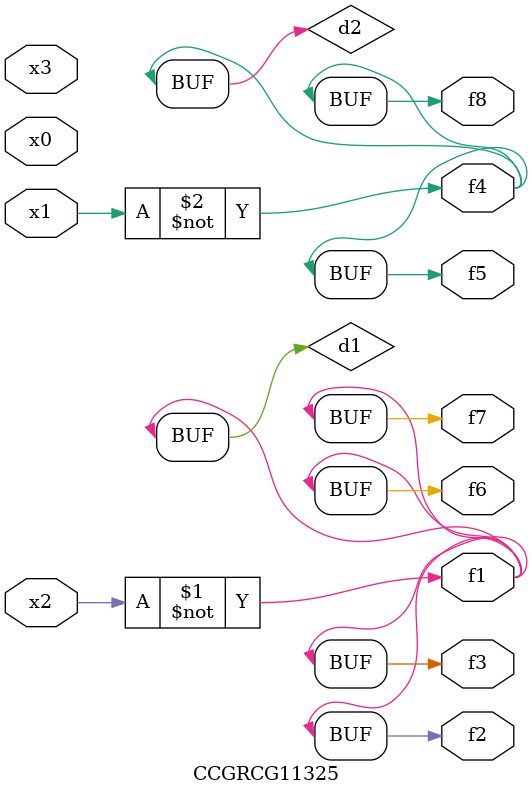
<source format=v>
module CCGRCG11325(
	input x0, x1, x2, x3,
	output f1, f2, f3, f4, f5, f6, f7, f8
);

	wire d1, d2;

	xnor (d1, x2);
	not (d2, x1);
	assign f1 = d1;
	assign f2 = d1;
	assign f3 = d1;
	assign f4 = d2;
	assign f5 = d2;
	assign f6 = d1;
	assign f7 = d1;
	assign f8 = d2;
endmodule

</source>
